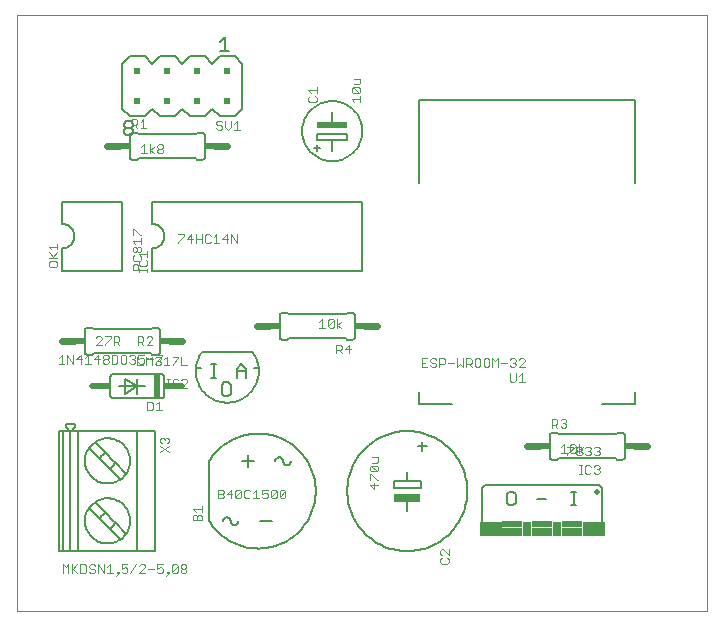
<source format=gto>
G75*
G70*
%OFA0B0*%
%FSLAX24Y24*%
%IPPOS*%
%LPD*%
%AMOC8*
5,1,8,0,0,1.08239X$1,22.5*
%
%ADD10C,0.0000*%
%ADD11C,0.0080*%
%ADD12C,0.0030*%
%ADD13C,0.0060*%
%ADD14R,0.0900X0.0250*%
%ADD15R,0.1000X0.0200*%
%ADD16R,0.0200X0.0800*%
%ADD17C,0.0200*%
%ADD18R,0.0250X0.0200*%
%ADD19C,0.0050*%
%ADD20C,0.0240*%
%ADD21R,0.0340X0.0240*%
%ADD22C,0.0200*%
%ADD23R,0.0750X0.0500*%
%ADD24R,0.0700X0.0300*%
%ADD25R,0.0300X0.0500*%
%ADD26R,0.0700X0.0200*%
%ADD27R,0.0200X0.0200*%
D10*
X000101Y000101D02*
X000101Y019971D01*
X023093Y019971D01*
X023093Y000101D01*
X000101Y000101D01*
D11*
X001506Y002109D02*
X001624Y002109D01*
X001624Y006109D01*
X001506Y006109D01*
X001506Y002109D01*
X001624Y002109D02*
X001869Y002109D01*
X002137Y002109D01*
X002331Y002109D01*
X003904Y002109D01*
X004095Y002109D01*
X004695Y002109D01*
X004695Y006109D01*
X004095Y006109D01*
X003904Y006109D01*
X002331Y006109D01*
X002137Y006109D01*
X002137Y002109D01*
X001869Y002109D02*
X001869Y006109D01*
X001791Y006109D01*
X001624Y006109D01*
X001732Y006230D02*
X001791Y006160D01*
X001791Y006109D01*
X001869Y006109D02*
X001954Y006109D01*
X002137Y006109D01*
X002013Y006230D02*
X001954Y006160D01*
X001954Y006109D01*
X002013Y006230D02*
X002013Y006334D01*
X001732Y006334D01*
X001732Y006230D01*
X002493Y005532D02*
X002853Y005172D01*
X002916Y005109D01*
X003164Y004861D01*
X003533Y004492D01*
X003728Y004687D02*
X003352Y005062D01*
X003306Y005109D01*
X003054Y005361D01*
X002688Y005726D01*
X003353Y005062D02*
X003346Y005034D01*
X003336Y005007D01*
X003322Y004981D01*
X003306Y004956D01*
X003288Y004934D01*
X003267Y004914D01*
X003243Y004896D01*
X003218Y004881D01*
X003192Y004870D01*
X003164Y004861D01*
X002357Y005109D02*
X002359Y005163D01*
X002365Y005218D01*
X002375Y005271D01*
X002388Y005324D01*
X002406Y005375D01*
X002427Y005426D01*
X002451Y005474D01*
X002479Y005521D01*
X002511Y005565D01*
X002545Y005607D01*
X002583Y005647D01*
X002623Y005684D01*
X002666Y005717D01*
X002711Y005748D01*
X002758Y005775D01*
X002807Y005799D01*
X002857Y005819D01*
X002909Y005836D01*
X002962Y005848D01*
X003016Y005857D01*
X003070Y005862D01*
X003125Y005863D01*
X003179Y005860D01*
X003233Y005853D01*
X003286Y005842D01*
X003339Y005828D01*
X003390Y005809D01*
X003440Y005787D01*
X003488Y005762D01*
X003534Y005733D01*
X003578Y005701D01*
X003620Y005666D01*
X003658Y005628D01*
X003694Y005587D01*
X003727Y005543D01*
X003757Y005498D01*
X003783Y005450D01*
X003806Y005401D01*
X003826Y005350D01*
X003841Y005298D01*
X003853Y005244D01*
X003861Y005191D01*
X003865Y005136D01*
X003865Y005082D01*
X003861Y005027D01*
X003853Y004974D01*
X003841Y004920D01*
X003826Y004868D01*
X003806Y004817D01*
X003783Y004768D01*
X003757Y004720D01*
X003727Y004675D01*
X003694Y004631D01*
X003658Y004590D01*
X003620Y004552D01*
X003578Y004517D01*
X003534Y004485D01*
X003488Y004456D01*
X003440Y004431D01*
X003390Y004409D01*
X003339Y004390D01*
X003286Y004376D01*
X003233Y004365D01*
X003179Y004358D01*
X003125Y004355D01*
X003070Y004356D01*
X003016Y004361D01*
X002962Y004370D01*
X002909Y004382D01*
X002857Y004399D01*
X002807Y004419D01*
X002758Y004443D01*
X002711Y004470D01*
X002666Y004501D01*
X002623Y004534D01*
X002583Y004571D01*
X002545Y004611D01*
X002511Y004653D01*
X002479Y004697D01*
X002451Y004744D01*
X002427Y004792D01*
X002406Y004843D01*
X002388Y004894D01*
X002375Y004947D01*
X002365Y005000D01*
X002359Y005055D01*
X002357Y005109D01*
X002853Y005172D02*
X002862Y005200D01*
X002873Y005226D01*
X002888Y005251D01*
X002906Y005275D01*
X002926Y005296D01*
X002948Y005314D01*
X002973Y005330D01*
X002999Y005344D01*
X003026Y005354D01*
X003054Y005361D01*
X004095Y006109D02*
X004095Y002109D01*
X003533Y002492D02*
X003164Y002861D01*
X002916Y003109D01*
X002853Y003172D01*
X002493Y003532D01*
X002688Y003726D02*
X003054Y003361D01*
X003306Y003109D01*
X003352Y003062D01*
X003728Y002687D01*
X002357Y003109D02*
X002359Y003163D01*
X002365Y003218D01*
X002375Y003271D01*
X002388Y003324D01*
X002406Y003375D01*
X002427Y003426D01*
X002451Y003474D01*
X002479Y003521D01*
X002511Y003565D01*
X002545Y003607D01*
X002583Y003647D01*
X002623Y003684D01*
X002666Y003717D01*
X002711Y003748D01*
X002758Y003775D01*
X002807Y003799D01*
X002857Y003819D01*
X002909Y003836D01*
X002962Y003848D01*
X003016Y003857D01*
X003070Y003862D01*
X003125Y003863D01*
X003179Y003860D01*
X003233Y003853D01*
X003286Y003842D01*
X003339Y003828D01*
X003390Y003809D01*
X003440Y003787D01*
X003488Y003762D01*
X003534Y003733D01*
X003578Y003701D01*
X003620Y003666D01*
X003658Y003628D01*
X003694Y003587D01*
X003727Y003543D01*
X003757Y003498D01*
X003783Y003450D01*
X003806Y003401D01*
X003826Y003350D01*
X003841Y003298D01*
X003853Y003244D01*
X003861Y003191D01*
X003865Y003136D01*
X003865Y003082D01*
X003861Y003027D01*
X003853Y002974D01*
X003841Y002920D01*
X003826Y002868D01*
X003806Y002817D01*
X003783Y002768D01*
X003757Y002720D01*
X003727Y002675D01*
X003694Y002631D01*
X003658Y002590D01*
X003620Y002552D01*
X003578Y002517D01*
X003534Y002485D01*
X003488Y002456D01*
X003440Y002431D01*
X003390Y002409D01*
X003339Y002390D01*
X003286Y002376D01*
X003233Y002365D01*
X003179Y002358D01*
X003125Y002355D01*
X003070Y002356D01*
X003016Y002361D01*
X002962Y002370D01*
X002909Y002382D01*
X002857Y002399D01*
X002807Y002419D01*
X002758Y002443D01*
X002711Y002470D01*
X002666Y002501D01*
X002623Y002534D01*
X002583Y002571D01*
X002545Y002611D01*
X002511Y002653D01*
X002479Y002697D01*
X002451Y002744D01*
X002427Y002792D01*
X002406Y002843D01*
X002388Y002894D01*
X002375Y002947D01*
X002365Y003000D01*
X002359Y003055D01*
X002357Y003109D01*
X003164Y002861D02*
X003192Y002870D01*
X003218Y002881D01*
X003243Y002896D01*
X003267Y002914D01*
X003288Y002934D01*
X003306Y002956D01*
X003322Y002981D01*
X003336Y003007D01*
X003346Y003034D01*
X003353Y003062D01*
X003054Y003361D02*
X003026Y003354D01*
X002999Y003344D01*
X002973Y003330D01*
X002948Y003314D01*
X002926Y003296D01*
X002906Y003275D01*
X002888Y003251D01*
X002873Y003226D01*
X002862Y003200D01*
X002853Y003172D01*
X013507Y006996D02*
X013507Y007400D01*
X013507Y006996D02*
X014601Y006996D01*
X019601Y006996D02*
X020694Y006996D01*
X020694Y007400D01*
X020694Y014373D02*
X020694Y017135D01*
X013507Y017135D01*
X013507Y014373D01*
D12*
X011536Y017066D02*
X011536Y017259D01*
X011536Y017163D02*
X011246Y017163D01*
X011342Y017066D01*
X011294Y017360D02*
X011246Y017409D01*
X011246Y017506D01*
X011294Y017554D01*
X011487Y017360D01*
X011536Y017409D01*
X011536Y017506D01*
X011487Y017554D01*
X011294Y017554D01*
X011342Y017655D02*
X011487Y017655D01*
X011536Y017703D01*
X011536Y017849D01*
X011342Y017849D01*
X011294Y017360D02*
X011487Y017360D01*
X010086Y017360D02*
X010086Y017554D01*
X010086Y017457D02*
X009796Y017457D01*
X009892Y017360D01*
X009844Y017259D02*
X009796Y017211D01*
X009796Y017114D01*
X009844Y017066D01*
X010037Y017066D01*
X010086Y017114D01*
X010086Y017211D01*
X010037Y017259D01*
X007515Y016146D02*
X007321Y016146D01*
X007418Y016146D02*
X007418Y016436D01*
X007321Y016339D01*
X007220Y016243D02*
X007220Y016436D01*
X007220Y016243D02*
X007123Y016146D01*
X007026Y016243D01*
X007026Y016436D01*
X006925Y016388D02*
X006877Y016436D01*
X006780Y016436D01*
X006732Y016388D01*
X006732Y016339D01*
X006780Y016291D01*
X006877Y016291D01*
X006925Y016243D01*
X006925Y016194D01*
X006877Y016146D01*
X006780Y016146D01*
X006732Y016194D01*
X004959Y015608D02*
X004959Y015559D01*
X004911Y015511D01*
X004814Y015511D01*
X004766Y015559D01*
X004766Y015608D01*
X004814Y015656D01*
X004911Y015656D01*
X004959Y015608D01*
X004911Y015511D02*
X004959Y015463D01*
X004959Y015414D01*
X004911Y015366D01*
X004814Y015366D01*
X004766Y015414D01*
X004766Y015463D01*
X004814Y015511D01*
X004666Y015559D02*
X004520Y015463D01*
X004666Y015366D01*
X004520Y015366D02*
X004520Y015656D01*
X004323Y015656D02*
X004323Y015366D01*
X004419Y015366D02*
X004226Y015366D01*
X004226Y015559D02*
X004323Y015656D01*
X004307Y016216D02*
X004307Y016506D01*
X004210Y016409D01*
X004109Y016361D02*
X004061Y016313D01*
X003916Y016313D01*
X004013Y016313D02*
X004109Y016216D01*
X004210Y016216D02*
X004404Y016216D01*
X004109Y016361D02*
X004109Y016458D01*
X004061Y016506D01*
X003916Y016506D01*
X003916Y016216D01*
X003946Y012838D02*
X003994Y012838D01*
X004187Y012644D01*
X004236Y012644D01*
X004236Y012543D02*
X004236Y012350D01*
X004236Y012446D02*
X003946Y012446D01*
X004042Y012350D01*
X004042Y012249D02*
X004091Y012200D01*
X004091Y012103D01*
X004042Y012055D01*
X003994Y012055D01*
X003946Y012103D01*
X003946Y012200D01*
X003994Y012249D01*
X004042Y012249D01*
X004091Y012200D02*
X004139Y012249D01*
X004187Y012249D01*
X004236Y012200D01*
X004236Y012103D01*
X004187Y012055D01*
X004139Y012055D01*
X004091Y012103D01*
X004146Y012004D02*
X004436Y012004D01*
X004436Y012100D02*
X004436Y011907D01*
X004387Y011806D02*
X004436Y011757D01*
X004436Y011661D01*
X004387Y011612D01*
X004194Y011612D01*
X004146Y011661D01*
X004146Y011757D01*
X004194Y011806D01*
X004236Y011809D02*
X004236Y011906D01*
X004187Y011954D01*
X004146Y012004D02*
X004242Y011907D01*
X004236Y011809D02*
X004187Y011760D01*
X003994Y011760D01*
X003946Y011809D01*
X003946Y011906D01*
X003994Y011954D01*
X003994Y011659D02*
X004091Y011659D01*
X004139Y011611D01*
X004139Y011466D01*
X004146Y011464D02*
X004436Y011464D01*
X004436Y011416D02*
X004436Y011513D01*
X004236Y011466D02*
X003946Y011466D01*
X003946Y011611D01*
X003994Y011659D01*
X004146Y011513D02*
X004146Y011416D01*
X003946Y012644D02*
X003946Y012838D01*
X005466Y012656D02*
X005659Y012656D01*
X005659Y012608D01*
X005466Y012414D01*
X005466Y012366D01*
X005760Y012511D02*
X005954Y012511D01*
X006055Y012511D02*
X006249Y012511D01*
X006350Y012608D02*
X006350Y012414D01*
X006398Y012366D01*
X006495Y012366D01*
X006543Y012414D01*
X006644Y012366D02*
X006838Y012366D01*
X006741Y012366D02*
X006741Y012656D01*
X006644Y012559D01*
X006543Y012608D02*
X006495Y012656D01*
X006398Y012656D01*
X006350Y012608D01*
X006249Y012656D02*
X006249Y012366D01*
X006055Y012366D02*
X006055Y012656D01*
X005906Y012656D02*
X005760Y012511D01*
X005906Y012366D02*
X005906Y012656D01*
X006939Y012511D02*
X007132Y012511D01*
X007084Y012366D02*
X007084Y012656D01*
X006939Y012511D01*
X007234Y012366D02*
X007234Y012656D01*
X007427Y012366D01*
X007427Y012656D01*
X010268Y009836D02*
X010171Y009739D01*
X010268Y009836D02*
X010268Y009546D01*
X010364Y009546D02*
X010171Y009546D01*
X010466Y009594D02*
X010659Y009788D01*
X010659Y009594D01*
X010611Y009546D01*
X010514Y009546D01*
X010466Y009594D01*
X010466Y009788D01*
X010514Y009836D01*
X010611Y009836D01*
X010659Y009788D01*
X010760Y009836D02*
X010760Y009546D01*
X010760Y009643D02*
X010905Y009739D01*
X010760Y009643D02*
X010905Y009546D01*
X010872Y008986D02*
X010920Y008938D01*
X010920Y008841D01*
X010872Y008793D01*
X010726Y008793D01*
X010726Y008696D02*
X010726Y008986D01*
X010872Y008986D01*
X010823Y008793D02*
X010920Y008696D01*
X011021Y008841D02*
X011215Y008841D01*
X011166Y008986D02*
X011021Y008841D01*
X011166Y008696D02*
X011166Y008986D01*
X013580Y008531D02*
X013580Y008241D01*
X013773Y008241D01*
X013875Y008289D02*
X013923Y008241D01*
X014020Y008241D01*
X014068Y008289D01*
X014068Y008337D01*
X014020Y008386D01*
X013923Y008386D01*
X013875Y008434D01*
X013875Y008483D01*
X013923Y008531D01*
X014020Y008531D01*
X014068Y008483D01*
X014169Y008531D02*
X014169Y008241D01*
X014169Y008337D02*
X014314Y008337D01*
X014363Y008386D01*
X014363Y008483D01*
X014314Y008531D01*
X014169Y008531D01*
X014464Y008386D02*
X014657Y008386D01*
X014759Y008531D02*
X014759Y008241D01*
X014855Y008337D01*
X014952Y008241D01*
X014952Y008531D01*
X015053Y008531D02*
X015198Y008531D01*
X015247Y008483D01*
X015247Y008386D01*
X015198Y008337D01*
X015053Y008337D01*
X015053Y008241D02*
X015053Y008531D01*
X015150Y008337D02*
X015247Y008241D01*
X015348Y008289D02*
X015348Y008483D01*
X015396Y008531D01*
X015493Y008531D01*
X015541Y008483D01*
X015541Y008289D01*
X015493Y008241D01*
X015396Y008241D01*
X015348Y008289D01*
X015643Y008289D02*
X015643Y008483D01*
X015691Y008531D01*
X015788Y008531D01*
X015836Y008483D01*
X015836Y008289D01*
X015788Y008241D01*
X015691Y008241D01*
X015643Y008289D01*
X015937Y008241D02*
X015937Y008531D01*
X016034Y008434D01*
X016131Y008531D01*
X016131Y008241D01*
X016232Y008386D02*
X016425Y008386D01*
X016526Y008483D02*
X016575Y008531D01*
X016672Y008531D01*
X016720Y008483D01*
X016720Y008434D01*
X016672Y008386D01*
X016720Y008337D01*
X016720Y008289D01*
X016672Y008241D01*
X016575Y008241D01*
X016526Y008289D01*
X016623Y008386D02*
X016672Y008386D01*
X016821Y008483D02*
X016869Y008531D01*
X016966Y008531D01*
X017015Y008483D01*
X017015Y008434D01*
X016821Y008241D01*
X017015Y008241D01*
X016918Y008031D02*
X016918Y007741D01*
X016821Y007741D02*
X017015Y007741D01*
X016821Y007934D02*
X016918Y008031D01*
X016720Y008031D02*
X016720Y007789D01*
X016672Y007741D01*
X016575Y007741D01*
X016526Y007789D01*
X016526Y008031D01*
X017916Y006506D02*
X018061Y006506D01*
X018109Y006458D01*
X018109Y006361D01*
X018061Y006313D01*
X017916Y006313D01*
X018013Y006313D02*
X018109Y006216D01*
X018210Y006264D02*
X018259Y006216D01*
X018356Y006216D01*
X018404Y006264D01*
X018404Y006313D01*
X018356Y006361D01*
X018307Y006361D01*
X018356Y006361D02*
X018404Y006409D01*
X018404Y006458D01*
X018356Y006506D01*
X018259Y006506D01*
X018210Y006458D01*
X017916Y006506D02*
X017916Y006216D01*
X018323Y005656D02*
X018323Y005366D01*
X018419Y005366D02*
X018226Y005366D01*
X018226Y005559D02*
X018323Y005656D01*
X018437Y005586D02*
X018631Y005586D01*
X018631Y005538D01*
X018437Y005344D01*
X018437Y005296D01*
X018520Y005414D02*
X018714Y005608D01*
X018714Y005414D01*
X018666Y005366D01*
X018569Y005366D01*
X018520Y005414D01*
X018520Y005608D01*
X018569Y005656D01*
X018666Y005656D01*
X018714Y005608D01*
X018780Y005586D02*
X018877Y005586D01*
X018925Y005538D01*
X018925Y005489D01*
X018877Y005441D01*
X018780Y005441D01*
X018732Y005489D01*
X018732Y005538D01*
X018780Y005586D01*
X018815Y005656D02*
X018815Y005366D01*
X018780Y005296D02*
X018877Y005296D01*
X018925Y005344D01*
X018925Y005393D01*
X018877Y005441D01*
X018815Y005463D02*
X018960Y005559D01*
X019026Y005538D02*
X019075Y005586D01*
X019172Y005586D01*
X019220Y005538D01*
X019220Y005489D01*
X019172Y005441D01*
X019220Y005393D01*
X019220Y005344D01*
X019172Y005296D01*
X019075Y005296D01*
X019026Y005344D01*
X018960Y005366D02*
X018815Y005463D01*
X018780Y005441D02*
X018732Y005393D01*
X018732Y005344D01*
X018780Y005296D01*
X018830Y004966D02*
X018927Y004966D01*
X018878Y004966D02*
X018878Y004676D01*
X018830Y004676D02*
X018927Y004676D01*
X019026Y004724D02*
X019026Y004918D01*
X019075Y004966D01*
X019172Y004966D01*
X019220Y004918D01*
X019321Y004918D02*
X019369Y004966D01*
X019466Y004966D01*
X019515Y004918D01*
X019515Y004869D01*
X019466Y004821D01*
X019515Y004773D01*
X019515Y004724D01*
X019466Y004676D01*
X019369Y004676D01*
X019321Y004724D01*
X019220Y004724D02*
X019172Y004676D01*
X019075Y004676D01*
X019026Y004724D01*
X019418Y004821D02*
X019466Y004821D01*
X019466Y005296D02*
X019369Y005296D01*
X019321Y005344D01*
X019418Y005441D02*
X019466Y005441D01*
X019515Y005393D01*
X019515Y005344D01*
X019466Y005296D01*
X019466Y005441D02*
X019515Y005489D01*
X019515Y005538D01*
X019466Y005586D01*
X019369Y005586D01*
X019321Y005538D01*
X019172Y005441D02*
X019123Y005441D01*
X014486Y002165D02*
X014486Y001971D01*
X014292Y002165D01*
X014244Y002165D01*
X014196Y002116D01*
X014196Y002019D01*
X014244Y001971D01*
X014244Y001870D02*
X014196Y001822D01*
X014196Y001725D01*
X014244Y001676D01*
X014437Y001676D01*
X014486Y001725D01*
X014486Y001822D01*
X014437Y001870D01*
X011991Y004167D02*
X011991Y004361D01*
X012087Y004462D02*
X012136Y004462D01*
X012087Y004462D02*
X011894Y004655D01*
X011846Y004655D01*
X011846Y004462D01*
X011846Y004312D02*
X011991Y004167D01*
X012136Y004312D02*
X011846Y004312D01*
X011894Y004756D02*
X011846Y004805D01*
X011846Y004902D01*
X011894Y004950D01*
X012087Y004756D01*
X012136Y004805D01*
X012136Y004902D01*
X012087Y004950D01*
X011894Y004950D01*
X011942Y005051D02*
X012087Y005051D01*
X012136Y005099D01*
X012136Y005245D01*
X011942Y005245D01*
X011894Y004756D02*
X012087Y004756D01*
X009042Y004098D02*
X008848Y003904D01*
X008897Y003856D01*
X008993Y003856D01*
X009042Y003904D01*
X009042Y004098D01*
X008993Y004146D01*
X008897Y004146D01*
X008848Y004098D01*
X008848Y003904D01*
X008747Y003904D02*
X008747Y004098D01*
X008554Y003904D01*
X008602Y003856D01*
X008699Y003856D01*
X008747Y003904D01*
X008554Y003904D02*
X008554Y004098D01*
X008602Y004146D01*
X008699Y004146D01*
X008747Y004098D01*
X008452Y004146D02*
X008259Y004146D01*
X008259Y004001D01*
X008356Y004049D01*
X008404Y004049D01*
X008452Y004001D01*
X008452Y003904D01*
X008404Y003856D01*
X008307Y003856D01*
X008259Y003904D01*
X008158Y003856D02*
X007964Y003856D01*
X008061Y003856D02*
X008061Y004146D01*
X007964Y004049D01*
X007863Y004098D02*
X007815Y004146D01*
X007718Y004146D01*
X007670Y004098D01*
X007670Y003904D01*
X007718Y003856D01*
X007815Y003856D01*
X007863Y003904D01*
X007569Y003904D02*
X007569Y004098D01*
X007375Y003904D01*
X007423Y003856D01*
X007520Y003856D01*
X007569Y003904D01*
X007569Y004098D02*
X007520Y004146D01*
X007423Y004146D01*
X007375Y004098D01*
X007375Y003904D01*
X007274Y004001D02*
X007080Y004001D01*
X007226Y004146D01*
X007226Y003856D01*
X006979Y003904D02*
X006931Y003856D01*
X006786Y003856D01*
X006786Y004146D01*
X006931Y004146D01*
X006979Y004098D01*
X006979Y004049D01*
X006931Y004001D01*
X006786Y004001D01*
X006931Y004001D02*
X006979Y003953D01*
X006979Y003904D01*
X006246Y003614D02*
X006246Y003420D01*
X006246Y003517D02*
X005956Y003517D01*
X006052Y003420D01*
X006052Y003319D02*
X006004Y003319D01*
X005956Y003271D01*
X005956Y003126D01*
X006246Y003126D01*
X006246Y003271D01*
X006197Y003319D01*
X006149Y003319D01*
X006101Y003271D01*
X006101Y003126D01*
X006101Y003271D02*
X006052Y003319D01*
X005689Y001656D02*
X005738Y001608D01*
X005738Y001559D01*
X005689Y001511D01*
X005593Y001511D01*
X005544Y001559D01*
X005544Y001608D01*
X005593Y001656D01*
X005689Y001656D01*
X005689Y001511D02*
X005738Y001463D01*
X005738Y001414D01*
X005689Y001366D01*
X005593Y001366D01*
X005544Y001414D01*
X005544Y001463D01*
X005593Y001511D01*
X005443Y001608D02*
X005250Y001414D01*
X005298Y001366D01*
X005395Y001366D01*
X005443Y001414D01*
X005443Y001608D01*
X005395Y001656D01*
X005298Y001656D01*
X005250Y001608D01*
X005250Y001414D01*
X005150Y001414D02*
X005102Y001414D01*
X005102Y001366D01*
X005150Y001366D01*
X005150Y001414D01*
X005150Y001366D02*
X005053Y001269D01*
X004952Y001414D02*
X004904Y001366D01*
X004807Y001366D01*
X004759Y001414D01*
X004759Y001511D02*
X004855Y001559D01*
X004904Y001559D01*
X004952Y001511D01*
X004952Y001414D01*
X004759Y001511D02*
X004759Y001656D01*
X004952Y001656D01*
X004657Y001511D02*
X004464Y001511D01*
X004363Y001559D02*
X004363Y001608D01*
X004314Y001656D01*
X004218Y001656D01*
X004169Y001608D01*
X004068Y001656D02*
X003875Y001366D01*
X003774Y001414D02*
X003725Y001366D01*
X003628Y001366D01*
X003580Y001414D01*
X003580Y001511D02*
X003677Y001559D01*
X003725Y001559D01*
X003774Y001511D01*
X003774Y001414D01*
X003580Y001511D02*
X003580Y001656D01*
X003774Y001656D01*
X003480Y001414D02*
X003432Y001414D01*
X003432Y001366D01*
X003480Y001366D01*
X003384Y001269D01*
X003480Y001366D02*
X003480Y001414D01*
X003282Y001366D02*
X003089Y001366D01*
X003186Y001366D02*
X003186Y001656D01*
X003089Y001559D01*
X002988Y001656D02*
X002988Y001366D01*
X002794Y001656D01*
X002794Y001366D01*
X002693Y001414D02*
X002645Y001366D01*
X002548Y001366D01*
X002500Y001414D01*
X002399Y001414D02*
X002399Y001608D01*
X002350Y001656D01*
X002205Y001656D01*
X002205Y001366D01*
X002350Y001366D01*
X002399Y001414D01*
X002500Y001559D02*
X002548Y001511D01*
X002645Y001511D01*
X002693Y001463D01*
X002693Y001414D01*
X002693Y001608D02*
X002645Y001656D01*
X002548Y001656D01*
X002500Y001608D01*
X002500Y001559D01*
X002104Y001656D02*
X001910Y001463D01*
X001959Y001511D02*
X002104Y001366D01*
X001910Y001366D02*
X001910Y001656D01*
X001809Y001656D02*
X001713Y001559D01*
X001616Y001656D01*
X001616Y001366D01*
X001809Y001366D02*
X001809Y001656D01*
X004169Y001366D02*
X004363Y001559D01*
X004363Y001366D02*
X004169Y001366D01*
X004866Y005397D02*
X005156Y005590D01*
X005107Y005692D02*
X005156Y005740D01*
X005156Y005837D01*
X005107Y005885D01*
X005059Y005885D01*
X005011Y005837D01*
X005011Y005788D01*
X005011Y005837D02*
X004962Y005885D01*
X004914Y005885D01*
X004866Y005837D01*
X004866Y005740D01*
X004914Y005692D01*
X004866Y005590D02*
X005156Y005397D01*
X004915Y006796D02*
X004721Y006796D01*
X004818Y006796D02*
X004818Y007086D01*
X004721Y006989D01*
X004620Y007038D02*
X004572Y007086D01*
X004426Y007086D01*
X004426Y006796D01*
X004572Y006796D01*
X004620Y006844D01*
X004620Y007038D01*
X005080Y007546D02*
X005177Y007546D01*
X005128Y007546D02*
X005128Y007836D01*
X005080Y007836D02*
X005177Y007836D01*
X005276Y007788D02*
X005325Y007836D01*
X005422Y007836D01*
X005470Y007788D01*
X005571Y007788D02*
X005619Y007836D01*
X005716Y007836D01*
X005765Y007788D01*
X005765Y007739D01*
X005571Y007546D01*
X005765Y007546D01*
X005470Y007594D02*
X005422Y007546D01*
X005325Y007546D01*
X005276Y007594D01*
X005276Y007788D01*
X005276Y008296D02*
X005276Y008344D01*
X005470Y008538D01*
X005470Y008586D01*
X005276Y008586D01*
X005079Y008586D02*
X005079Y008296D01*
X005175Y008296D02*
X004982Y008296D01*
X004881Y008344D02*
X004832Y008296D01*
X004736Y008296D01*
X004687Y008344D01*
X004721Y008346D02*
X004721Y008394D01*
X004915Y008588D01*
X004915Y008636D01*
X004721Y008636D01*
X004736Y008586D02*
X004832Y008586D01*
X004881Y008538D01*
X004881Y008489D01*
X004832Y008441D01*
X004881Y008393D01*
X004881Y008344D01*
X004832Y008441D02*
X004784Y008441D01*
X004687Y008538D02*
X004736Y008586D01*
X004586Y008586D02*
X004586Y008296D01*
X004393Y008296D02*
X004393Y008586D01*
X004489Y008489D01*
X004586Y008586D01*
X004620Y008491D02*
X004426Y008491D01*
X004325Y008491D02*
X004325Y008394D01*
X004277Y008346D01*
X004180Y008346D01*
X004132Y008394D01*
X004132Y008491D02*
X004229Y008539D01*
X004277Y008539D01*
X004325Y008491D01*
X004325Y008636D02*
X004132Y008636D01*
X004132Y008491D01*
X004098Y008586D02*
X004098Y008296D01*
X004291Y008296D01*
X004031Y008394D02*
X004031Y008443D01*
X003982Y008491D01*
X003934Y008491D01*
X003982Y008491D02*
X004031Y008539D01*
X004031Y008588D01*
X003982Y008636D01*
X003886Y008636D01*
X003837Y008588D01*
X003736Y008588D02*
X003688Y008636D01*
X003591Y008636D01*
X003543Y008588D01*
X003543Y008394D01*
X003591Y008346D01*
X003688Y008346D01*
X003736Y008394D01*
X003736Y008588D01*
X003837Y008394D02*
X003886Y008346D01*
X003982Y008346D01*
X004031Y008394D01*
X004116Y008966D02*
X004116Y009256D01*
X004261Y009256D01*
X004309Y009208D01*
X004309Y009111D01*
X004261Y009063D01*
X004116Y009063D01*
X004213Y009063D02*
X004309Y008966D01*
X004410Y008966D02*
X004604Y009159D01*
X004604Y009208D01*
X004556Y009256D01*
X004459Y009256D01*
X004410Y009208D01*
X004410Y008966D02*
X004604Y008966D01*
X004982Y008489D02*
X005079Y008586D01*
X005571Y008586D02*
X005571Y008296D01*
X005765Y008296D01*
X003509Y008966D02*
X003412Y009063D01*
X003460Y009063D02*
X003315Y009063D01*
X003315Y008966D02*
X003315Y009256D01*
X003460Y009256D01*
X003509Y009208D01*
X003509Y009111D01*
X003460Y009063D01*
X003214Y009208D02*
X003020Y009014D01*
X003020Y008966D01*
X002919Y008966D02*
X002726Y008966D01*
X002919Y009159D01*
X002919Y009208D01*
X002871Y009256D01*
X002774Y009256D01*
X002726Y009208D01*
X003020Y009256D02*
X003214Y009256D01*
X003214Y009208D01*
X003248Y008636D02*
X003393Y008636D01*
X003441Y008588D01*
X003441Y008394D01*
X003393Y008346D01*
X003248Y008346D01*
X003248Y008636D01*
X003147Y008588D02*
X003098Y008636D01*
X003002Y008636D01*
X002953Y008588D01*
X002953Y008539D01*
X003002Y008491D01*
X003098Y008491D01*
X003147Y008443D01*
X003147Y008394D01*
X003098Y008346D01*
X003002Y008346D01*
X002953Y008394D01*
X002953Y008443D01*
X003002Y008491D01*
X003098Y008491D02*
X003147Y008539D01*
X003147Y008588D01*
X002852Y008491D02*
X002659Y008491D01*
X002804Y008636D01*
X002804Y008346D01*
X002557Y008346D02*
X002364Y008346D01*
X002461Y008346D02*
X002461Y008636D01*
X002364Y008539D01*
X002263Y008491D02*
X002069Y008491D01*
X002214Y008636D01*
X002214Y008346D01*
X001968Y008346D02*
X001968Y008636D01*
X001775Y008636D02*
X001968Y008346D01*
X001775Y008346D02*
X001775Y008636D01*
X001577Y008636D02*
X001480Y008539D01*
X001577Y008636D02*
X001577Y008346D01*
X001673Y008346D02*
X001480Y008346D01*
X001387Y011566D02*
X001436Y011614D01*
X001436Y011711D01*
X001387Y011759D01*
X001194Y011759D01*
X001146Y011711D01*
X001146Y011614D01*
X001194Y011566D01*
X001387Y011566D01*
X001339Y011860D02*
X001146Y012054D01*
X001242Y012155D02*
X001146Y012252D01*
X001436Y012252D01*
X001436Y012155D02*
X001436Y012349D01*
X001436Y012054D02*
X001291Y011909D01*
X001146Y011860D02*
X001436Y011860D01*
X013580Y008531D02*
X013773Y008531D01*
X013677Y008386D02*
X013580Y008386D01*
D13*
X011351Y009251D02*
X011351Y009951D01*
X011349Y009968D01*
X011345Y009985D01*
X011338Y010001D01*
X011328Y010015D01*
X011315Y010028D01*
X011301Y010038D01*
X011285Y010045D01*
X011268Y010049D01*
X011251Y010051D01*
X011101Y010051D01*
X011051Y010001D01*
X009151Y010001D01*
X009101Y010051D01*
X008951Y010051D01*
X008934Y010049D01*
X008917Y010045D01*
X008901Y010038D01*
X008887Y010028D01*
X008874Y010015D01*
X008864Y010001D01*
X008857Y009985D01*
X008853Y009968D01*
X008851Y009951D01*
X008851Y009251D01*
X008853Y009234D01*
X008857Y009217D01*
X008864Y009201D01*
X008874Y009187D01*
X008887Y009174D01*
X008901Y009164D01*
X008917Y009157D01*
X008934Y009153D01*
X008951Y009151D01*
X009101Y009151D01*
X009151Y009201D01*
X011051Y009201D01*
X011101Y009151D01*
X011251Y009151D01*
X011268Y009153D01*
X011285Y009157D01*
X011301Y009164D01*
X011315Y009174D01*
X011328Y009187D01*
X011338Y009201D01*
X011345Y009217D01*
X011349Y009234D01*
X011351Y009251D01*
X011601Y011451D02*
X011601Y013751D01*
X004601Y013751D01*
X004601Y013001D01*
X004640Y012999D01*
X004679Y012993D01*
X004717Y012984D01*
X004754Y012971D01*
X004790Y012954D01*
X004823Y012934D01*
X004855Y012910D01*
X004884Y012884D01*
X004910Y012855D01*
X004934Y012823D01*
X004954Y012790D01*
X004971Y012754D01*
X004984Y012717D01*
X004993Y012679D01*
X004999Y012640D01*
X005001Y012601D01*
X004999Y012562D01*
X004993Y012523D01*
X004984Y012485D01*
X004971Y012448D01*
X004954Y012412D01*
X004934Y012379D01*
X004910Y012347D01*
X004884Y012318D01*
X004855Y012292D01*
X004823Y012268D01*
X004790Y012248D01*
X004754Y012231D01*
X004717Y012218D01*
X004679Y012209D01*
X004640Y012203D01*
X004601Y012201D01*
X004601Y011451D01*
X011601Y011451D01*
X007926Y008751D02*
X006276Y008751D01*
X006213Y008201D02*
X006056Y008201D01*
X006276Y008751D02*
X006239Y008700D01*
X006204Y008647D01*
X006172Y008591D01*
X006144Y008534D01*
X006120Y008475D01*
X006099Y008415D01*
X006082Y008354D01*
X006068Y008292D01*
X006059Y008229D01*
X006053Y008166D01*
X006051Y008102D01*
X006053Y008038D01*
X006059Y007975D01*
X006068Y007912D01*
X006081Y007850D01*
X006099Y007789D01*
X006119Y007729D01*
X006144Y007670D01*
X006171Y007613D01*
X006203Y007557D01*
X006237Y007504D01*
X006275Y007453D01*
X006316Y007404D01*
X006360Y007358D01*
X006406Y007314D01*
X006455Y007273D01*
X006506Y007236D01*
X006560Y007201D01*
X006615Y007170D01*
X006672Y007142D01*
X006731Y007118D01*
X006791Y007098D01*
X006852Y007081D01*
X006913Y007068D01*
X006976Y007059D01*
X007038Y007053D01*
X007101Y007051D01*
X007164Y007053D01*
X007226Y007059D01*
X007289Y007068D01*
X007350Y007081D01*
X007411Y007098D01*
X007471Y007118D01*
X007530Y007142D01*
X007587Y007170D01*
X007642Y007201D01*
X007696Y007236D01*
X007747Y007273D01*
X007796Y007314D01*
X007842Y007358D01*
X007886Y007404D01*
X007927Y007453D01*
X007965Y007504D01*
X007999Y007557D01*
X008030Y007613D01*
X008058Y007670D01*
X008083Y007729D01*
X008103Y007789D01*
X008121Y007850D01*
X008134Y007912D01*
X008143Y007975D01*
X008149Y008038D01*
X008151Y008102D01*
X008149Y008166D01*
X008143Y008229D01*
X008134Y008292D01*
X008120Y008354D01*
X008103Y008415D01*
X008082Y008475D01*
X008058Y008534D01*
X008030Y008591D01*
X007998Y008647D01*
X007963Y008700D01*
X007926Y008751D01*
X007988Y008201D02*
X008146Y008201D01*
X007801Y005301D02*
X007801Y004901D01*
X007601Y005101D02*
X008001Y005101D01*
X008701Y005101D02*
X008703Y005122D01*
X008708Y005143D01*
X008717Y005163D01*
X008728Y005181D01*
X008743Y005197D01*
X008760Y005210D01*
X008779Y005220D01*
X008799Y005227D01*
X008820Y005231D01*
X008842Y005231D01*
X008863Y005227D01*
X008883Y005220D01*
X008902Y005210D01*
X008919Y005197D01*
X008934Y005181D01*
X008945Y005163D01*
X008954Y005143D01*
X008959Y005122D01*
X008961Y005101D01*
X008963Y005080D01*
X008968Y005059D01*
X008977Y005039D01*
X008988Y005021D01*
X009003Y005005D01*
X009020Y004992D01*
X009039Y004982D01*
X009059Y004975D01*
X009080Y004971D01*
X009102Y004971D01*
X009123Y004975D01*
X009143Y004982D01*
X009162Y004992D01*
X009179Y005005D01*
X009194Y005021D01*
X009205Y005039D01*
X009214Y005059D01*
X009219Y005080D01*
X009221Y005101D01*
X006501Y005101D02*
X006552Y005180D01*
X006606Y005256D01*
X006665Y005329D01*
X006727Y005400D01*
X006792Y005467D01*
X006860Y005531D01*
X006931Y005591D01*
X007006Y005648D01*
X007083Y005702D01*
X007162Y005751D01*
X007244Y005797D01*
X007328Y005838D01*
X007414Y005875D01*
X007502Y005909D01*
X007591Y005937D01*
X007681Y005962D01*
X007773Y005982D01*
X007865Y005997D01*
X007958Y006008D01*
X008051Y006014D01*
X008145Y006016D01*
X008239Y006013D01*
X008332Y006006D01*
X008425Y005994D01*
X008517Y005977D01*
X008608Y005956D01*
X008698Y005931D01*
X008787Y005901D01*
X008874Y005867D01*
X008960Y005829D01*
X009043Y005786D01*
X009125Y005740D01*
X009204Y005689D01*
X009280Y005635D01*
X009354Y005577D01*
X009424Y005516D01*
X009492Y005451D01*
X009556Y005383D01*
X009617Y005312D01*
X009675Y005238D01*
X009729Y005161D01*
X009779Y005082D01*
X009825Y005001D01*
X009866Y004917D01*
X009904Y004831D01*
X009938Y004744D01*
X009967Y004655D01*
X009992Y004565D01*
X010012Y004473D01*
X010028Y004381D01*
X010040Y004288D01*
X010047Y004195D01*
X010049Y004101D01*
X010047Y004007D01*
X010040Y003914D01*
X010028Y003821D01*
X010012Y003729D01*
X009992Y003637D01*
X009967Y003547D01*
X009938Y003458D01*
X009904Y003371D01*
X009866Y003285D01*
X009825Y003201D01*
X009779Y003120D01*
X009729Y003041D01*
X009675Y002964D01*
X009617Y002890D01*
X009556Y002819D01*
X009492Y002751D01*
X009424Y002686D01*
X009354Y002625D01*
X009280Y002567D01*
X009204Y002513D01*
X009125Y002462D01*
X009043Y002416D01*
X008960Y002373D01*
X008874Y002335D01*
X008787Y002301D01*
X008698Y002271D01*
X008608Y002246D01*
X008517Y002225D01*
X008425Y002208D01*
X008332Y002196D01*
X008239Y002189D01*
X008145Y002186D01*
X008051Y002188D01*
X007958Y002194D01*
X007865Y002205D01*
X007773Y002220D01*
X007681Y002240D01*
X007591Y002265D01*
X007502Y002293D01*
X007414Y002327D01*
X007328Y002364D01*
X007244Y002405D01*
X007162Y002451D01*
X007083Y002500D01*
X007006Y002554D01*
X006931Y002611D01*
X006860Y002671D01*
X006792Y002735D01*
X006727Y002802D01*
X006665Y002873D01*
X006606Y002946D01*
X006552Y003022D01*
X006501Y003101D01*
X006501Y005101D01*
X006951Y003101D02*
X006953Y003122D01*
X006958Y003143D01*
X006967Y003163D01*
X006978Y003181D01*
X006993Y003197D01*
X007010Y003210D01*
X007029Y003220D01*
X007049Y003227D01*
X007070Y003231D01*
X007092Y003231D01*
X007113Y003227D01*
X007133Y003220D01*
X007152Y003210D01*
X007169Y003197D01*
X007184Y003181D01*
X007195Y003163D01*
X007204Y003143D01*
X007209Y003122D01*
X007211Y003101D01*
X007213Y003080D01*
X007218Y003059D01*
X007227Y003039D01*
X007238Y003021D01*
X007253Y003005D01*
X007270Y002992D01*
X007289Y002982D01*
X007309Y002975D01*
X007330Y002971D01*
X007352Y002971D01*
X007373Y002975D01*
X007393Y002982D01*
X007412Y002992D01*
X007429Y003005D01*
X007444Y003021D01*
X007455Y003039D01*
X007464Y003059D01*
X007469Y003080D01*
X007471Y003101D01*
X008201Y003101D02*
X008601Y003101D01*
X012651Y004201D02*
X013551Y004201D01*
X013551Y004451D01*
X013101Y004451D01*
X012651Y004451D01*
X012651Y004201D01*
X011101Y004101D02*
X011103Y004199D01*
X011111Y004297D01*
X011123Y004394D01*
X011139Y004491D01*
X011161Y004587D01*
X011187Y004682D01*
X011218Y004775D01*
X011253Y004866D01*
X011293Y004956D01*
X011337Y005044D01*
X011386Y005129D01*
X011438Y005212D01*
X011495Y005292D01*
X011555Y005370D01*
X011619Y005444D01*
X011687Y005515D01*
X011758Y005583D01*
X011832Y005647D01*
X011910Y005707D01*
X011990Y005764D01*
X012073Y005816D01*
X012158Y005865D01*
X012246Y005909D01*
X012336Y005949D01*
X012427Y005984D01*
X012520Y006015D01*
X012615Y006041D01*
X012711Y006063D01*
X012808Y006079D01*
X012905Y006091D01*
X013003Y006099D01*
X013101Y006101D01*
X013199Y006099D01*
X013297Y006091D01*
X013394Y006079D01*
X013491Y006063D01*
X013587Y006041D01*
X013682Y006015D01*
X013775Y005984D01*
X013866Y005949D01*
X013956Y005909D01*
X014044Y005865D01*
X014129Y005816D01*
X014212Y005764D01*
X014292Y005707D01*
X014370Y005647D01*
X014444Y005583D01*
X014515Y005515D01*
X014583Y005444D01*
X014647Y005370D01*
X014707Y005292D01*
X014764Y005212D01*
X014816Y005129D01*
X014865Y005044D01*
X014909Y004956D01*
X014949Y004866D01*
X014984Y004775D01*
X015015Y004682D01*
X015041Y004587D01*
X015063Y004491D01*
X015079Y004394D01*
X015091Y004297D01*
X015099Y004199D01*
X015101Y004101D01*
X015099Y004003D01*
X015091Y003905D01*
X015079Y003808D01*
X015063Y003711D01*
X015041Y003615D01*
X015015Y003520D01*
X014984Y003427D01*
X014949Y003336D01*
X014909Y003246D01*
X014865Y003158D01*
X014816Y003073D01*
X014764Y002990D01*
X014707Y002910D01*
X014647Y002832D01*
X014583Y002758D01*
X014515Y002687D01*
X014444Y002619D01*
X014370Y002555D01*
X014292Y002495D01*
X014212Y002438D01*
X014129Y002386D01*
X014044Y002337D01*
X013956Y002293D01*
X013866Y002253D01*
X013775Y002218D01*
X013682Y002187D01*
X013587Y002161D01*
X013491Y002139D01*
X013394Y002123D01*
X013297Y002111D01*
X013199Y002103D01*
X013101Y002101D01*
X013003Y002103D01*
X012905Y002111D01*
X012808Y002123D01*
X012711Y002139D01*
X012615Y002161D01*
X012520Y002187D01*
X012427Y002218D01*
X012336Y002253D01*
X012246Y002293D01*
X012158Y002337D01*
X012073Y002386D01*
X011990Y002438D01*
X011910Y002495D01*
X011832Y002555D01*
X011758Y002619D01*
X011687Y002687D01*
X011619Y002758D01*
X011555Y002832D01*
X011495Y002910D01*
X011438Y002990D01*
X011386Y003073D01*
X011337Y003158D01*
X011293Y003246D01*
X011253Y003336D01*
X011218Y003427D01*
X011187Y003520D01*
X011161Y003615D01*
X011139Y003711D01*
X011123Y003808D01*
X011111Y003905D01*
X011103Y004003D01*
X011101Y004101D01*
X013101Y003851D02*
X013101Y003651D01*
X013101Y003451D01*
X013101Y004451D02*
X013101Y004551D01*
X013101Y004751D01*
X013601Y005451D02*
X013601Y005751D01*
X013751Y005601D02*
X013451Y005601D01*
X015601Y004201D02*
X015601Y003051D01*
X015601Y004201D02*
X015701Y004301D01*
X019501Y004301D01*
X019601Y004201D01*
X019601Y003051D01*
X020101Y005151D02*
X020251Y005151D01*
X020268Y005153D01*
X020285Y005157D01*
X020301Y005164D01*
X020315Y005174D01*
X020328Y005187D01*
X020338Y005201D01*
X020345Y005217D01*
X020349Y005234D01*
X020351Y005251D01*
X020351Y005951D01*
X020349Y005968D01*
X020345Y005985D01*
X020338Y006001D01*
X020328Y006015D01*
X020315Y006028D01*
X020301Y006038D01*
X020285Y006045D01*
X020268Y006049D01*
X020251Y006051D01*
X020101Y006051D01*
X020051Y006001D01*
X018151Y006001D01*
X018101Y006051D01*
X017951Y006051D01*
X017934Y006049D01*
X017917Y006045D01*
X017901Y006038D01*
X017887Y006028D01*
X017874Y006015D01*
X017864Y006001D01*
X017857Y005985D01*
X017853Y005968D01*
X017851Y005951D01*
X017851Y005251D01*
X017853Y005234D01*
X017857Y005217D01*
X017864Y005201D01*
X017874Y005187D01*
X017887Y005174D01*
X017901Y005164D01*
X017917Y005157D01*
X017934Y005153D01*
X017951Y005151D01*
X018101Y005151D01*
X018151Y005201D01*
X020051Y005201D01*
X020101Y005151D01*
X010601Y015451D02*
X010601Y015801D01*
X010101Y015801D01*
X010101Y016001D01*
X011101Y016001D01*
X011101Y015801D01*
X010601Y015801D01*
X009601Y016101D02*
X009603Y016164D01*
X009609Y016226D01*
X009619Y016288D01*
X009632Y016350D01*
X009650Y016410D01*
X009671Y016469D01*
X009696Y016527D01*
X009725Y016583D01*
X009757Y016637D01*
X009792Y016689D01*
X009830Y016738D01*
X009872Y016786D01*
X009916Y016830D01*
X009964Y016872D01*
X010013Y016910D01*
X010065Y016945D01*
X010119Y016977D01*
X010175Y017006D01*
X010233Y017031D01*
X010292Y017052D01*
X010352Y017070D01*
X010414Y017083D01*
X010476Y017093D01*
X010538Y017099D01*
X010601Y017101D01*
X010664Y017099D01*
X010726Y017093D01*
X010788Y017083D01*
X010850Y017070D01*
X010910Y017052D01*
X010969Y017031D01*
X011027Y017006D01*
X011083Y016977D01*
X011137Y016945D01*
X011189Y016910D01*
X011238Y016872D01*
X011286Y016830D01*
X011330Y016786D01*
X011372Y016738D01*
X011410Y016689D01*
X011445Y016637D01*
X011477Y016583D01*
X011506Y016527D01*
X011531Y016469D01*
X011552Y016410D01*
X011570Y016350D01*
X011583Y016288D01*
X011593Y016226D01*
X011599Y016164D01*
X011601Y016101D01*
X011599Y016038D01*
X011593Y015976D01*
X011583Y015914D01*
X011570Y015852D01*
X011552Y015792D01*
X011531Y015733D01*
X011506Y015675D01*
X011477Y015619D01*
X011445Y015565D01*
X011410Y015513D01*
X011372Y015464D01*
X011330Y015416D01*
X011286Y015372D01*
X011238Y015330D01*
X011189Y015292D01*
X011137Y015257D01*
X011083Y015225D01*
X011027Y015196D01*
X010969Y015171D01*
X010910Y015150D01*
X010850Y015132D01*
X010788Y015119D01*
X010726Y015109D01*
X010664Y015103D01*
X010601Y015101D01*
X010538Y015103D01*
X010476Y015109D01*
X010414Y015119D01*
X010352Y015132D01*
X010292Y015150D01*
X010233Y015171D01*
X010175Y015196D01*
X010119Y015225D01*
X010065Y015257D01*
X010013Y015292D01*
X009964Y015330D01*
X009916Y015372D01*
X009872Y015416D01*
X009830Y015464D01*
X009792Y015513D01*
X009757Y015565D01*
X009725Y015619D01*
X009696Y015675D01*
X009671Y015733D01*
X009650Y015792D01*
X009632Y015852D01*
X009619Y015914D01*
X009609Y015976D01*
X009603Y016038D01*
X009601Y016101D01*
X010101Y015651D02*
X010101Y015551D01*
X010001Y015551D01*
X010101Y015551D02*
X010201Y015551D01*
X010101Y015551D02*
X010101Y015451D01*
X010601Y016351D02*
X010601Y016751D01*
X007601Y016851D02*
X007601Y018351D01*
X007351Y018601D01*
X006851Y018601D01*
X006601Y018351D01*
X006351Y018601D01*
X005851Y018601D01*
X005601Y018351D01*
X005351Y018601D01*
X004851Y018601D01*
X004601Y018351D01*
X004351Y018601D01*
X003851Y018601D01*
X003601Y018351D01*
X003601Y016851D01*
X003851Y016601D01*
X004351Y016601D01*
X004601Y016851D01*
X004851Y016601D01*
X005351Y016601D01*
X005601Y016851D01*
X005851Y016601D01*
X006351Y016601D01*
X006601Y016851D01*
X006851Y016601D01*
X007351Y016601D01*
X007601Y016851D01*
X006351Y015951D02*
X006351Y015251D01*
X006349Y015234D01*
X006345Y015217D01*
X006338Y015201D01*
X006328Y015187D01*
X006315Y015174D01*
X006301Y015164D01*
X006285Y015157D01*
X006268Y015153D01*
X006251Y015151D01*
X006101Y015151D01*
X006051Y015201D01*
X004151Y015201D01*
X004101Y015151D01*
X003951Y015151D01*
X003934Y015153D01*
X003917Y015157D01*
X003901Y015164D01*
X003887Y015174D01*
X003874Y015187D01*
X003864Y015201D01*
X003857Y015217D01*
X003853Y015234D01*
X003851Y015251D01*
X003851Y015951D01*
X003853Y015968D01*
X003857Y015985D01*
X003864Y016001D01*
X003874Y016015D01*
X003887Y016028D01*
X003901Y016038D01*
X003917Y016045D01*
X003934Y016049D01*
X003951Y016051D01*
X004101Y016051D01*
X004151Y016001D01*
X006051Y016001D01*
X006101Y016051D01*
X006251Y016051D01*
X006268Y016049D01*
X006285Y016045D01*
X006301Y016038D01*
X006315Y016028D01*
X006328Y016015D01*
X006338Y016001D01*
X006345Y015985D01*
X006349Y015968D01*
X006351Y015951D01*
X003601Y013751D02*
X003601Y011451D01*
X001601Y011451D01*
X001601Y012201D01*
X001640Y012203D01*
X001679Y012209D01*
X001717Y012218D01*
X001754Y012231D01*
X001790Y012248D01*
X001823Y012268D01*
X001855Y012292D01*
X001884Y012318D01*
X001910Y012347D01*
X001934Y012379D01*
X001954Y012412D01*
X001971Y012448D01*
X001984Y012485D01*
X001993Y012523D01*
X001999Y012562D01*
X002001Y012601D01*
X001999Y012640D01*
X001993Y012679D01*
X001984Y012717D01*
X001971Y012754D01*
X001954Y012790D01*
X001934Y012823D01*
X001910Y012855D01*
X001884Y012884D01*
X001855Y012910D01*
X001823Y012934D01*
X001790Y012954D01*
X001754Y012971D01*
X001717Y012984D01*
X001679Y012993D01*
X001640Y012999D01*
X001601Y013001D01*
X001601Y013751D01*
X003601Y013751D01*
X004601Y009551D02*
X004751Y009551D01*
X004768Y009549D01*
X004785Y009545D01*
X004801Y009538D01*
X004815Y009528D01*
X004828Y009515D01*
X004838Y009501D01*
X004845Y009485D01*
X004849Y009468D01*
X004851Y009451D01*
X004851Y008751D01*
X004849Y008734D01*
X004845Y008717D01*
X004838Y008701D01*
X004828Y008687D01*
X004815Y008674D01*
X004801Y008664D01*
X004785Y008657D01*
X004768Y008653D01*
X004751Y008651D01*
X004601Y008651D01*
X004551Y008701D01*
X002651Y008701D01*
X002601Y008651D01*
X002451Y008651D01*
X002434Y008653D01*
X002417Y008657D01*
X002401Y008664D01*
X002387Y008674D01*
X002374Y008687D01*
X002364Y008701D01*
X002357Y008717D01*
X002353Y008734D01*
X002351Y008751D01*
X002351Y009451D01*
X002353Y009468D01*
X002357Y009485D01*
X002364Y009501D01*
X002374Y009515D01*
X002387Y009528D01*
X002401Y009538D01*
X002417Y009545D01*
X002434Y009549D01*
X002451Y009551D01*
X002601Y009551D01*
X002651Y009501D01*
X004551Y009501D01*
X004601Y009551D01*
X004901Y008001D02*
X003301Y008001D01*
X003284Y007999D01*
X003267Y007995D01*
X003251Y007988D01*
X003237Y007978D01*
X003224Y007965D01*
X003214Y007951D01*
X003207Y007935D01*
X003203Y007918D01*
X003201Y007901D01*
X003201Y007301D01*
X003203Y007284D01*
X003207Y007267D01*
X003214Y007251D01*
X003224Y007237D01*
X003237Y007224D01*
X003251Y007214D01*
X003267Y007207D01*
X003284Y007203D01*
X003301Y007201D01*
X004901Y007201D01*
X004918Y007203D01*
X004935Y007207D01*
X004951Y007214D01*
X004965Y007224D01*
X004978Y007237D01*
X004988Y007251D01*
X004995Y007267D01*
X004999Y007284D01*
X005001Y007301D01*
X005001Y007901D01*
X004999Y007918D01*
X004995Y007935D01*
X004988Y007951D01*
X004978Y007965D01*
X004965Y007978D01*
X004951Y007988D01*
X004935Y007995D01*
X004918Y007999D01*
X004901Y008001D01*
X004351Y007601D02*
X004101Y007601D01*
X004101Y007851D01*
X004101Y007601D02*
X003501Y007601D01*
X003701Y007351D02*
X003701Y007851D01*
X004101Y007601D01*
X004101Y007351D01*
X004101Y007601D02*
X003701Y007351D01*
D14*
X013101Y003876D03*
D15*
X010601Y016301D03*
D16*
X004751Y007601D03*
D17*
X005251Y007601D02*
X005601Y007601D01*
X002951Y007601D02*
X002601Y007601D01*
D18*
X003076Y007601D03*
X005126Y007601D03*
D19*
X006569Y007876D02*
X006719Y007876D01*
X006644Y007876D02*
X006644Y008326D01*
X006569Y008326D02*
X006719Y008326D01*
X006990Y007726D02*
X006915Y007651D01*
X006915Y007351D01*
X006990Y007276D01*
X007141Y007276D01*
X007216Y007351D01*
X007216Y007651D01*
X007141Y007726D01*
X006990Y007726D01*
X007415Y007876D02*
X007415Y008176D01*
X007566Y008326D01*
X007716Y008176D01*
X007716Y007876D01*
X007716Y008101D02*
X007415Y008101D01*
X003891Y015976D02*
X003740Y015976D01*
X003665Y016051D01*
X003665Y016126D01*
X003740Y016201D01*
X003891Y016201D01*
X003966Y016126D01*
X003966Y016051D01*
X003891Y015976D01*
X003891Y016201D02*
X003966Y016276D01*
X003966Y016351D01*
X003891Y016426D01*
X003740Y016426D01*
X003665Y016351D01*
X003665Y016276D01*
X003740Y016201D01*
X006865Y018776D02*
X007166Y018776D01*
X007016Y018776D02*
X007016Y019226D01*
X006865Y019076D01*
X016490Y004076D02*
X016415Y004001D01*
X016415Y003701D01*
X016490Y003626D01*
X016641Y003626D01*
X016716Y003701D01*
X016716Y004001D01*
X016641Y004076D01*
X016490Y004076D01*
X017415Y003851D02*
X017716Y003851D01*
X018569Y003626D02*
X018719Y003626D01*
X018644Y003626D02*
X018644Y004076D01*
X018569Y004076D02*
X018719Y004076D01*
D20*
X017501Y005601D02*
X017101Y005601D01*
X020701Y005601D02*
X021101Y005601D01*
X012101Y009601D02*
X011701Y009601D01*
X008501Y009601D02*
X008101Y009601D01*
X005601Y009101D02*
X005201Y009101D01*
X002001Y009101D02*
X001601Y009101D01*
X003101Y015601D02*
X003501Y015601D01*
X006701Y015601D02*
X007101Y015601D01*
D21*
X006521Y015601D03*
X003681Y015601D03*
X008681Y009601D03*
X011521Y009601D03*
X017681Y005601D03*
X020521Y005601D03*
X005021Y009101D03*
X002181Y009101D03*
D22*
X019421Y004061D03*
D23*
X019326Y002851D03*
X015876Y002851D03*
D24*
X016601Y002751D03*
X017601Y002751D03*
X018601Y002751D03*
D25*
X018101Y002851D03*
X017101Y002851D03*
D26*
X017601Y003001D03*
X016601Y003001D03*
X018601Y003001D03*
D27*
X007101Y017101D03*
X006101Y017101D03*
X006101Y018101D03*
X007101Y018101D03*
X005101Y018101D03*
X004101Y018101D03*
X004101Y017101D03*
X005101Y017101D03*
M02*

</source>
